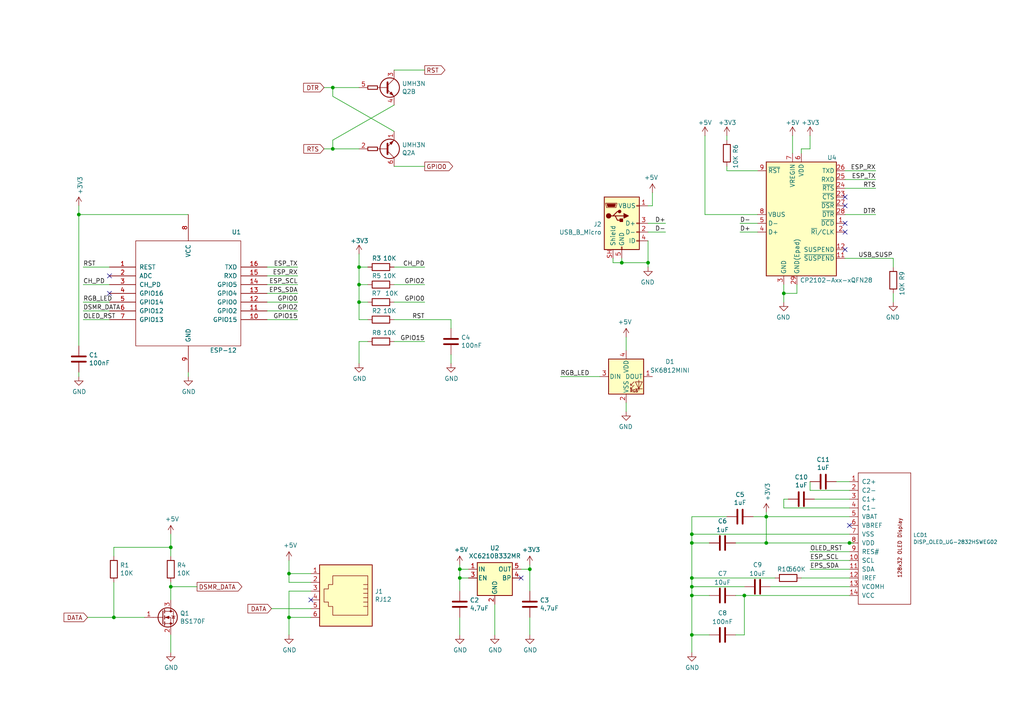
<source format=kicad_sch>
(kicad_sch (version 20211123) (generator eeschema)
  (paper "A4")
  (lib_symbols
    (symbol "Connector:RJ12" (pin_names (offset 1.016))
      (property "Reference" "J" (at -5.08 11.43 0))
      (property "Value" "RJ12" (at 2.54 11.43 0))
      (symbol "RJ12_0_1"
        (polyline (pts (xy -6.35 -1.905) (xy -5.08 -1.905) (xy -5.08 -1.905)))
        (polyline (pts (xy -6.35 -0.635) (xy -5.08 -0.635) (xy -5.08 -0.635)))
        (polyline (pts (xy -6.35 0.635) (xy -5.08 0.635) (xy -5.08 0.635)))
        (polyline (pts (xy -6.35 1.905) (xy -5.08 1.905) (xy -5.08 1.905)))
        (polyline (pts (xy -6.35 3.175) (xy -5.08 3.175) (xy -5.08 3.175)))
        (polyline (pts (xy -5.08 4.445) (xy -6.35 4.445) (xy -6.35 4.445)))
        (polyline (pts (xy -6.35 -4.445) (xy -6.35 6.985) (xy 3.81 6.985) (xy 3.81 4.445) (xy 5.08 4.445) (xy 5.08 3.175) (xy 6.35 3.175) (xy 6.35 -0.635) (xy 5.08 -0.635) (xy 5.08 -1.905) (xy 3.81 -1.905) (xy 3.81 -4.445) (xy -6.35 -4.445) (xy -6.35 -4.445)))
        (rectangle (start 7.62 10.16) (end -7.62 -7.62) (stroke (width 0.254)) (fill (type background)))
      )
      (symbol "RJ12_1_1"
        (pin passive line (at 10.16 -5.08 180) (length 2.54) (name "~") (number "1"))
        (pin passive line (at 10.16 -2.54 180) (length 2.54) (name "~") (number "2"))
        (pin passive line (at 10.16 0 180) (length 2.54) (name "~") (number "3"))
        (pin passive line (at 10.16 2.54 180) (length 2.54) (name "~") (number "4"))
        (pin passive line (at 10.16 5.08 180) (length 2.54) (name "~") (number "5"))
        (pin passive line (at 10.16 7.62 180) (length 2.54) (name "~") (number "6"))
      )
    )
    (symbol "Connector:USB_B_Micro" (pin_names (offset 1.016))
      (property "Reference" "J" (at -5.08 11.43 0))
      (property "Value" "USB_B_Micro" (at -5.08 8.89 0))
      (symbol "USB_B_Micro_0_1"
        (rectangle (start -5.08 -7.62) (end 5.08 7.62) (stroke (width 0.254)) (fill (type background)))
        (circle (center -3.81 2.159) (radius 0.635) (stroke (width 0.254)) (fill (type outline)))
        (circle (center -0.635 3.429) (radius 0.381) (stroke (width 0.254)) (fill (type outline)))
        (rectangle (start -0.127 -7.62) (end 0.127 -6.858))
        (polyline (pts (xy -1.905 2.159) (xy 0.635 2.159)) (stroke (width 0.254)))
        (polyline (pts (xy -3.175 2.159) (xy -2.54 2.159) (xy -1.27 3.429) (xy -0.635 3.429)) (stroke (width 0.254)))
        (polyline (pts (xy -2.54 2.159) (xy -1.905 2.159) (xy -1.27 0.889) (xy 0 0.889)) (stroke (width 0.254)))
        (polyline (pts (xy 0.635 2.794) (xy 0.635 1.524) (xy 1.905 2.159) (xy 0.635 2.794)) (stroke (width 0.254)) (fill (type outline)))
        (polyline (pts (xy -4.318 5.588) (xy -1.778 5.588) (xy -2.032 4.826) (xy -4.064 4.826) (xy -4.318 5.588)) (fill (type outline)))
        (polyline (pts (xy -4.699 5.842) (xy -4.699 5.588) (xy -4.445 4.826) (xy -4.445 4.572) (xy -1.651 4.572) (xy -1.651 4.826) (xy -1.397 5.588) (xy -1.397 5.842) (xy -4.699 5.842)))
        (rectangle (start 0.254 1.27) (end -0.508 0.508) (stroke (width 0.254)) (fill (type outline)))
        (rectangle (start 5.08 -5.207) (end 4.318 -4.953))
        (rectangle (start 5.08 -2.667) (end 4.318 -2.413))
        (rectangle (start 5.08 -0.127) (end 4.318 0.127))
        (rectangle (start 5.08 4.953) (end 4.318 5.207))
      )
      (symbol "USB_B_Micro_1_1"
        (pin power_out line (at 7.62 5.08 180) (length 2.54) (name "VBUS") (number "1"))
        (pin bidirectional line (at 7.62 -2.54 180) (length 2.54) (name "D-") (number "2"))
        (pin bidirectional line (at 7.62 0 180) (length 2.54) (name "D+") (number "3"))
        (pin passive line (at 7.62 -5.08 180) (length 2.54) (name "ID") (number "4"))
        (pin power_out line (at 0 -10.16 90) (length 2.54) (name "GND") (number "5"))
        (pin passive line (at -2.54 -10.16 90) (length 2.54) (name "Shield") (number "SH"))
      )
    )
    (symbol "Device:C" (pin_numbers hide) (pin_names (offset 0.254))
      (property "Reference" "C" (at 0.635 2.54 0))
      (property "Value" "C" (at 0.635 -2.54 0))
      (symbol "C_0_1"
        (polyline (pts (xy -2.032 -0.762) (xy 2.032 -0.762)) (stroke (width 0.508)))
        (polyline (pts (xy -2.032 0.762) (xy 2.032 0.762)) (stroke (width 0.508)))
      )
      (symbol "C_1_1"
        (pin passive line (at 0 3.81 270) (length 2.794) (name "~") (number "1"))
        (pin passive line (at 0 -3.81 90) (length 2.794) (name "~") (number "2"))
      )
    )
    (symbol "Device:R" (pin_numbers hide) (pin_names (offset 0))
      (property "Reference" "R" (at 2.032 0 90))
      (property "Value" "R" (at 0 0 90))
      (symbol "R_0_1"
        (rectangle (start -1.016 -2.54) (end 1.016 2.54) (stroke (width 0.254)))
      )
      (symbol "R_1_1"
        (pin passive line (at 0 3.81 270) (length 1.27) (name "~") (number "1"))
        (pin passive line (at 0 -3.81 90) (length 1.27) (name "~") (number "2"))
      )
    )
    (symbol "ESP8266:ESP-12" (pin_names (offset 1.016))
      (property "Reference" "U" (at 0 -2.54 0))
      (property "Value" "ESP8266_ESP-12" (at 0 2.54 0))
      (symbol "ESP-12_1_0"
        (rectangle (start -15.24 -15.24) (end 15.24 15.24))
      )
      (symbol "ESP-12_1_1"
        (pin input line (at -22.86 7.62 0) (length 7.62) (name "REST") (number "1"))
        (pin bidirectional line (at 22.86 -7.62 180) (length 7.62) (name "GPIO15") (number "10"))
        (pin bidirectional line (at 22.86 -5.08 180) (length 7.62) (name "GPIO2") (number "11"))
        (pin bidirectional line (at 22.86 -2.54 180) (length 7.62) (name "GPIO0") (number "12"))
        (pin bidirectional line (at 22.86 0 180) (length 7.62) (name "GPIO4") (number "13"))
        (pin bidirectional line (at 22.86 2.54 180) (length 7.62) (name "GPIO5") (number "14"))
        (pin input line (at 22.86 5.08 180) (length 7.62) (name "RXD") (number "15"))
        (pin output line (at 22.86 7.62 180) (length 7.62) (name "TXD") (number "16"))
        (pin passive line (at -22.86 5.08 0) (length 7.62) (name "ADC") (number "2"))
        (pin input line (at -22.86 2.54 0) (length 7.62) (name "CH_PD") (number "3"))
        (pin bidirectional line (at -22.86 0 0) (length 7.62) (name "GPIO16") (number "4"))
        (pin bidirectional line (at -22.86 -2.54 0) (length 7.62) (name "GPIO14") (number "5"))
        (pin bidirectional line (at -22.86 -5.08 0) (length 7.62) (name "GPIO12") (number "6"))
        (pin bidirectional line (at -22.86 -7.62 0) (length 7.62) (name "GPIO13") (number "7"))
        (pin power_in line (at 0 22.86 270) (length 7.62) (name "VCC") (number "8"))
        (pin power_in line (at 0 -22.86 90) (length 7.62) (name "GND") (number "9"))
      )
    )
    (symbol "Interface_USB:CP2102-Axx-xQFN28"
      (property "Reference" "U" (at -8.89 31.75 0))
      (property "Value" "Interface_USB_CP2102-Axx-xQFN28" (at 12.7 31.75 0))
      (symbol "CP2102-Axx-xQFN28_0_1"
        (rectangle (start -10.16 30.48) (end 10.16 -2.54) (stroke (width 0.254)) (fill (type background)))
      )
      (symbol "CP2102-Axx-xQFN28_1_1"
        (pin input line (at 12.7 12.7 180) (length 2.54) (name "~{DCD}") (number "1"))
        (pin no_connect line (at -12.7 0 0) (length 2.54) hide (name "NC") (number "10"))
        (pin output line (at 12.7 2.54 180) (length 2.54) (name "~{SUSPEND}") (number "11"))
        (pin output line (at 12.7 5.08 180) (length 2.54) (name "SUSPEND") (number "12"))
        (pin no_connect line (at -12.7 1.27 0) (length 2.54) hide (name "~") (number "13"))
        (pin no_connect line (at -12.7 -1.27 0) (length 2.54) hide (name "~") (number "14"))
        (pin no_connect line (at -12.7 7.62 0) (length 2.54) hide (name "~") (number "15"))
        (pin no_connect line (at -12.7 6.35 0) (length 2.54) hide (name "~") (number "16"))
        (pin no_connect line (at -12.7 2.54 0) (length 2.54) hide (name "~") (number "17"))
        (pin no_connect line (at -12.7 19.05 0) (length 2.54) hide (name "~") (number "18"))
        (pin no_connect line (at -12.7 20.32 0) (length 2.54) hide (name "~") (number "19"))
        (pin bidirectional line (at 12.7 10.16 180) (length 2.54) (name "~{RI}/CLK") (number "2"))
        (pin no_connect line (at -12.7 21.59 0) (length 2.54) hide (name "~") (number "20"))
        (pin no_connect line (at -12.7 5.08 0) (length 2.54) hide (name "~") (number "21"))
        (pin no_connect line (at -12.7 3.81 0) (length 2.54) hide (name "~") (number "22"))
        (pin input line (at 12.7 20.32 180) (length 2.54) (name "~{CTS}") (number "23"))
        (pin output line (at 12.7 22.86 180) (length 2.54) (name "~{RTS}") (number "24"))
        (pin input line (at 12.7 25.4 180) (length 2.54) (name "RXD") (number "25"))
        (pin output line (at 12.7 27.94 180) (length 2.54) (name "TXD") (number "26"))
        (pin input line (at 12.7 17.78 180) (length 2.54) (name "~{DSR}") (number "27"))
        (pin output line (at 12.7 15.24 180) (length 2.54) (name "~{DTR}") (number "28"))
        (pin passive line (at -1.27 -5.08 90) (length 2.54) (name "GND(Epad)") (number "29"))
        (pin power_in line (at -5.08 -5.08 90) (length 2.54) (name "GND") (number "3"))
        (pin bidirectional line (at -12.7 10.16 0) (length 2.54) (name "D+") (number "4"))
        (pin bidirectional line (at -12.7 12.7 0) (length 2.54) (name "D-") (number "5"))
        (pin power_in line (at 0 33.02 270) (length 2.54) (name "VDD") (number "6"))
        (pin power_in line (at -2.54 33.02 270) (length 2.54) (name "VREGIN") (number "7"))
        (pin input line (at -12.7 15.24 0) (length 2.54) (name "VBUS") (number "8"))
        (pin input line (at -12.7 27.94 0) (length 2.54) (name "~{RST}") (number "9"))
      )
    )
    (symbol "LED:SK6812MINI" (pin_names (offset 0.254))
      (property "Reference" "D" (at 5.08 5.715 0))
      (property "Value" "SK6812MINI" (at 1.27 -5.715 0))
      (symbol "SK6812MINI_0_0"
        (text "RGB" (at 2.286 -4.191 0) (effects (font (size 0.762 0.762))))
      )
      (symbol "SK6812MINI_0_1"
        (polyline (pts (xy 1.27 -3.556) (xy 1.778 -3.556)))
        (polyline (pts (xy 1.27 -2.54) (xy 1.778 -2.54)))
        (polyline (pts (xy 4.699 -3.556) (xy 2.667 -3.556)))
        (polyline (pts (xy 2.286 -2.54) (xy 1.27 -3.556) (xy 1.27 -3.048)))
        (polyline (pts (xy 2.286 -1.524) (xy 1.27 -2.54) (xy 1.27 -2.032)))
        (polyline (pts (xy 3.683 -1.016) (xy 3.683 -3.556) (xy 3.683 -4.064)))
        (polyline (pts (xy 4.699 -1.524) (xy 2.667 -1.524) (xy 3.683 -3.556) (xy 4.699 -1.524)))
        (rectangle (start 5.08 5.08) (end -5.08 -5.08) (stroke (width 0.254)) (fill (type background)))
      )
      (symbol "SK6812MINI_1_1"
        (pin output line (at 7.62 0 180) (length 2.54) (name "DOUT") (number "1"))
        (pin power_in line (at 0 -7.62 90) (length 2.54) (name "VSS") (number "2"))
        (pin input line (at -7.62 0 0) (length 2.54) (name "DIN") (number "3"))
        (pin power_in line (at 0 7.62 270) (length 2.54) (name "VDD") (number "4"))
      )
    )
    (symbol "P1_wifi-eagle-import:DISP_OLED_UG-2832HSWEG02" (pin_names (offset 1.016))
      (property "Reference" "LCD" (at -7.62 22.86 0))
      (property "Value" "DISP_OLED_UG-2832HSWEG02" (at -7.62 -20.32 0))
      (symbol "DISP_OLED_UG-2832HSWEG02_1_0"
        (polyline (pts (xy -7.62 -17.78) (xy 7.62 -17.78)))
        (polyline (pts (xy -7.62 20.32) (xy -7.62 -17.78)))
        (polyline (pts (xy 7.62 -17.78) (xy 7.62 20.32)))
        (polyline (pts (xy 7.62 20.32) (xy -7.62 20.32)))
        (text "128x32 OLED Display" (at 5.08 -10.16 900) (effects (font (size 1.0668 1.0668)) (justify left bottom)))
        (pin bidirectional line (at -10.16 17.78 0) (length 2.54) (name "C2+") (number "1"))
        (pin bidirectional line (at -10.16 -5.08 0) (length 2.54) (name "SCL") (number "10"))
        (pin bidirectional line (at -10.16 -7.62 0) (length 2.54) (name "SDA") (number "11"))
        (pin bidirectional line (at -10.16 -10.16 0) (length 2.54) (name "IREF") (number "12"))
        (pin power_in line (at -10.16 -12.7 0) (length 2.54) (name "VCOMH") (number "13"))
        (pin power_in line (at -10.16 -15.24 0) (length 2.54) (name "VCC") (number "14"))
        (pin bidirectional line (at -10.16 15.24 0) (length 2.54) (name "C2-") (number "2"))
        (pin bidirectional line (at -10.16 12.7 0) (length 2.54) (name "C1+") (number "3"))
        (pin bidirectional line (at -10.16 10.16 0) (length 2.54) (name "C1-") (number "4"))
        (pin power_in line (at -10.16 7.62 0) (length 2.54) (name "VBAT") (number "5"))
        (pin power_in line (at -10.16 5.08 0) (length 2.54) (name "VBREF") (number "6"))
        (pin power_in line (at -10.16 2.54 0) (length 2.54) (name "VSS") (number "7"))
        (pin power_in line (at -10.16 0 0) (length 2.54) (name "VDD") (number "8"))
        (pin bidirectional line (at -10.16 -2.54 0) (length 2.54) (name "RES#") (number "9"))
      )
    )
    (symbol "Regulator_Linear:MIC5219-3.3YM5" (pin_names (offset 0.254))
      (property "Reference" "U" (at -3.81 5.715 0))
      (property "Value" "MIC5219-3.3YM5" (at 0 5.715 0))
      (symbol "MIC5219-3.3YM5_0_1"
        (rectangle (start -5.08 4.445) (end 5.08 -5.08) (stroke (width 0.254)) (fill (type background)))
      )
      (symbol "MIC5219-3.3YM5_1_1"
        (pin power_in line (at -7.62 2.54 0) (length 2.54) (name "IN") (number "1"))
        (pin power_in line (at 0 -7.62 90) (length 2.54) (name "GND") (number "2"))
        (pin input line (at -7.62 0 0) (length 2.54) (name "EN") (number "3"))
        (pin input line (at 7.62 0 180) (length 2.54) (name "BP") (number "4"))
        (pin power_out line (at 7.62 2.54 180) (length 2.54) (name "OUT") (number "5"))
      )
    )
    (symbol "Transistor_BJT:UMH3N" (pin_names hide)
      (property "Reference" "Q" (at 7.62 1.27 0))
      (property "Value" "UMH3N" (at 7.62 -1.27 0))
      (symbol "UMH3N_0_1"
        (polyline (pts (xy 3.175 0) (xy 0.254 0)))
        (polyline (pts (xy 3.175 0.635) (xy 5.08 2.54)))
        (polyline (pts (xy 3.175 1.524) (xy 3.175 -1.524)) (stroke (width 0.508)))
        (polyline (pts (xy 3.175 -0.635) (xy 5.08 -2.54) (xy 5.08 -2.54)))
        (polyline (pts (xy 3.81 -1.778) (xy 4.318 -1.27) (xy 4.826 -2.286) (xy 3.81 -1.778) (xy 3.81 -1.778)) (fill (type outline)))
        (rectangle (start 0.254 0.508) (end -2.54 -0.508) (stroke (width 0.254)))
        (circle (center 3.81 0) (radius 2.8194) (stroke (width 0.254)))
      )
      (symbol "UMH3N_1_1"
        (pin passive line (at 5.08 -5.08 90) (length 2.54) (name "E1") (number "1"))
        (pin input line (at -5.08 0 0) (length 2.54) (name "B1") (number "2"))
        (pin passive line (at 5.08 5.08 270) (length 2.54) (name "C1") (number "6"))
      )
      (symbol "UMH3N_2_1"
        (pin passive line (at 5.08 5.08 270) (length 2.54) (name "C2") (number "3"))
        (pin passive line (at 5.08 -5.08 90) (length 2.54) (name "E2") (number "4"))
        (pin input line (at -5.08 0 0) (length 2.54) (name "B2") (number "5"))
      )
    )
    (symbol "Transistor_FET:BS170F" (pin_names hide)
      (property "Reference" "Q" (at 5.08 1.905 0))
      (property "Value" "BS170F" (at 5.08 0 0))
      (symbol "BS170F_0_1"
        (polyline (pts (xy 0.254 0) (xy -2.54 0)))
        (polyline (pts (xy 0.254 1.905) (xy 0.254 -1.905)) (stroke (width 0.254)))
        (polyline (pts (xy 0.762 -1.27) (xy 0.762 -2.286)) (stroke (width 0.254)))
        (polyline (pts (xy 0.762 0.508) (xy 0.762 -0.508)) (stroke (width 0.254)))
        (polyline (pts (xy 0.762 2.286) (xy 0.762 1.27)) (stroke (width 0.254)))
        (polyline (pts (xy 2.54 2.54) (xy 2.54 1.778)))
        (polyline (pts (xy 2.54 -2.54) (xy 2.54 0) (xy 0.762 0)))
        (polyline (pts (xy 0.762 -1.778) (xy 3.302 -1.778) (xy 3.302 1.778) (xy 0.762 1.778)))
        (polyline (pts (xy 1.016 0) (xy 2.032 0.381) (xy 2.032 -0.381) (xy 1.016 0)) (fill (type outline)))
        (polyline (pts (xy 2.794 0.508) (xy 2.921 0.381) (xy 3.683 0.381) (xy 3.81 0.254)))
        (polyline (pts (xy 3.302 0.381) (xy 2.921 -0.254) (xy 3.683 -0.254) (xy 3.302 0.381)))
        (circle (center 1.651 0) (radius 2.794) (stroke (width 0.254)))
        (circle (center 2.54 -1.778) (radius 0.254) (fill (type outline)))
        (circle (center 2.54 1.778) (radius 0.254) (fill (type outline)))
      )
      (symbol "BS170F_1_1"
        (pin input line (at -5.08 0 0) (length 2.54) (name "G") (number "1"))
        (pin passive line (at 2.54 -5.08 90) (length 2.54) (name "S") (number "2"))
        (pin passive line (at 2.54 5.08 270) (length 2.54) (name "D") (number "3"))
      )
    )
    (symbol "power:+3.3V" (power) (pin_names (offset 0))
      (property "Value" "+3.3V" (at 0 3.556 0))
      (symbol "+3.3V_0_1"
        (polyline (pts (xy -0.762 1.27) (xy 0 2.54)))
        (polyline (pts (xy 0 0) (xy 0 2.54)))
        (polyline (pts (xy 0 2.54) (xy 0.762 1.27)))
      )
      (symbol "+3.3V_1_1"
        (pin power_in line (at 0 0 90) (length 0) hide (name "+3V3") (number "1"))
      )
    )
    (symbol "power:+5V" (power) (pin_names (offset 0))
      (property "Value" "+5V" (at 0 3.556 0))
      (symbol "+5V_0_1"
        (polyline (pts (xy -0.762 1.27) (xy 0 2.54)))
        (polyline (pts (xy 0 0) (xy 0 2.54)))
        (polyline (pts (xy 0 2.54) (xy 0.762 1.27)))
      )
      (symbol "+5V_1_1"
        (pin power_in line (at 0 0 90) (length 0) hide (name "+5V") (number "1"))
      )
    )
    (symbol "power:GND" (power) (pin_names (offset 0))
      (property "Value" "GND" (at 0 -3.81 0))
      (symbol "GND_0_1"
        (polyline (pts (xy 0 0) (xy 0 -1.27) (xy 1.27 -1.27) (xy 0 -2.54) (xy -1.27 -1.27) (xy 0 -1.27)))
      )
      (symbol "GND_1_1"
        (pin power_in line (at 0 0 270) (length 0) hide (name "GND") (number "1"))
      )
    )
  )
  (junction (at 83.82 179.07))
  (junction (at 33.02 179.07))
  (junction (at 104.14 87.63))
  (junction (at 215.9 172.72))
  (junction (at 96.52 25.4))
  (junction (at 104.14 77.47))
  (junction (at 200.66 172.72))
  (junction (at 222.25 149.86))
  (junction (at 200.66 157.48))
  (junction (at 133.35 165.1))
  (junction (at 200.66 184.15))
  (junction (at 133.35 167.64))
  (junction (at 222.25 157.48))
  (junction (at 96.52 43.18))
  (junction (at 153.67 165.1))
  (junction (at 22.86 62.23))
  (junction (at 180.34 76.2))
  (junction (at 49.53 158.75))
  (junction (at 200.66 154.94))
  (junction (at 200.66 167.64))
  (junction (at 49.53 170.18))
  (junction (at 200.66 170.18))
  (junction (at 83.82 166.37))
  (junction (at 187.96 76.2))
  (junction (at 227.33 85.09))
  (junction (at 104.14 82.55))
  (junction (at 246.38 157.48))
  (no_connect (at 31.75 80.01))
  (no_connect (at 31.75 85.09))
  (no_connect (at 90.17 173.99))
  (no_connect (at 151.13 167.64))
  (no_connect (at 245.11 57.15))
  (no_connect (at 245.11 67.31))
  (no_connect (at 246.38 152.4))
  (no_connect (at 245.11 64.77))
  (no_connect (at 245.11 72.39))
  (no_connect (at 245.11 59.69))
  (wire (pts (xy 187.96 76.2) (xy 187.96 77.47)))
  (wire (pts (xy 114.3 30.48) (xy 96.52 40.64)))
  (wire (pts (xy 83.82 166.37) (xy 83.82 168.91)))
  (wire (pts (xy 177.8 76.2) (xy 180.34 76.2)))
  (wire (pts (xy 133.35 167.64) (xy 133.35 165.1)))
  (wire (pts (xy 231.14 82.55) (xy 231.14 85.09)))
  (wire (pts (xy 22.86 62.23) (xy 22.86 100.33)))
  (wire (pts (xy 193.04 67.31) (xy 187.96 67.31)))
  (wire (pts (xy 254 62.23) (xy 245.11 62.23)))
  (wire (pts (xy 222.25 149.86) (xy 218.44 149.86)))
  (wire (pts (xy 245.11 52.07) (xy 254 52.07)))
  (wire (pts (xy 41.91 179.07) (xy 33.02 179.07)))
  (wire (pts (xy 246.38 172.72) (xy 215.9 172.72)))
  (wire (pts (xy 90.17 166.37) (xy 83.82 166.37)))
  (wire (pts (xy 222.25 157.48) (xy 222.25 149.86)))
  (wire (pts (xy 204.47 62.23) (xy 219.71 62.23)))
  (wire (pts (xy 104.14 99.06) (xy 104.14 105.41)))
  (wire (pts (xy 24.13 90.17) (xy 31.75 90.17)))
  (wire (pts (xy 77.47 90.17) (xy 86.36 90.17)))
  (wire (pts (xy 153.67 179.07) (xy 153.67 184.15)))
  (wire (pts (xy 114.3 38.1) (xy 96.52 27.94)))
  (wire (pts (xy 153.67 165.1) (xy 153.67 163.83)))
  (wire (pts (xy 114.3 87.63) (xy 123.19 87.63)))
  (wire (pts (xy 234.95 43.18) (xy 232.41 43.18)))
  (wire (pts (xy 193.04 64.77) (xy 187.96 64.77)))
  (wire (pts (xy 78.74 176.53) (xy 90.17 176.53)))
  (wire (pts (xy 104.14 77.47) (xy 104.14 82.55)))
  (wire (pts (xy 96.52 40.64) (xy 96.52 43.18)))
  (wire (pts (xy 245.11 74.93) (xy 259.08 74.93)))
  (wire (pts (xy 227.33 147.32) (xy 246.38 147.32)))
  (wire (pts (xy 77.47 77.47) (xy 86.36 77.47)))
  (wire (pts (xy 215.9 184.15) (xy 215.9 172.72)))
  (wire (pts (xy 234.95 39.37) (xy 234.95 43.18)))
  (wire (pts (xy 227.33 144.78) (xy 227.33 147.32)))
  (wire (pts (xy 104.14 73.66) (xy 104.14 77.47)))
  (wire (pts (xy 246.38 144.78) (xy 236.22 144.78)))
  (wire (pts (xy 151.13 165.1) (xy 153.67 165.1)))
  (wire (pts (xy 86.36 82.55) (xy 77.47 82.55)))
  (wire (pts (xy 31.75 77.47) (xy 24.13 77.47)))
  (wire (pts (xy 153.67 165.1) (xy 153.67 171.45)))
  (wire (pts (xy 224.79 167.64) (xy 200.66 167.64)))
  (wire (pts (xy 49.53 168.91) (xy 49.53 170.18)))
  (wire (pts (xy 33.02 179.07) (xy 33.02 168.91)))
  (wire (pts (xy 246.38 139.7) (xy 242.57 139.7)))
  (wire (pts (xy 83.82 162.56) (xy 83.82 166.37)))
  (wire (pts (xy 232.41 43.18) (xy 232.41 44.45)))
  (wire (pts (xy 22.86 107.95) (xy 22.86 109.22)))
  (wire (pts (xy 204.47 62.23) (xy 204.47 39.37)))
  (wire (pts (xy 213.36 184.15) (xy 215.9 184.15)))
  (wire (pts (xy 133.35 179.07) (xy 133.35 184.15)))
  (wire (pts (xy 96.52 43.18) (xy 93.98 43.18)))
  (wire (pts (xy 210.82 149.86) (xy 200.66 149.86)))
  (wire (pts (xy 222.25 149.86) (xy 222.25 148.59)))
  (wire (pts (xy 49.53 170.18) (xy 49.53 173.99)))
  (wire (pts (xy 246.38 154.94) (xy 200.66 154.94)))
  (wire (pts (xy 200.66 154.94) (xy 200.66 157.48)))
  (wire (pts (xy 205.74 157.48) (xy 200.66 157.48)))
  (wire (pts (xy 229.87 39.37) (xy 229.87 44.45)))
  (wire (pts (xy 77.47 92.71) (xy 86.36 92.71)))
  (wire (pts (xy 205.74 184.15) (xy 200.66 184.15)))
  (wire (pts (xy 83.82 179.07) (xy 83.82 184.15)))
  (wire (pts (xy 180.34 76.2) (xy 187.96 76.2)))
  (wire (pts (xy 200.66 170.18) (xy 200.66 172.72)))
  (wire (pts (xy 234.95 139.7) (xy 234.95 142.24)))
  (wire (pts (xy 22.86 59.69) (xy 22.86 62.23)))
  (wire (pts (xy 54.61 109.22) (xy 54.61 107.95)))
  (wire (pts (xy 200.66 172.72) (xy 200.66 184.15)))
  (wire (pts (xy 96.52 25.4) (xy 104.14 25.4)))
  (wire (pts (xy 114.3 92.71) (xy 130.81 92.71)))
  (wire (pts (xy 96.52 43.18) (xy 104.14 43.18)))
  (wire (pts (xy 104.14 77.47) (xy 106.68 77.47)))
  (wire (pts (xy 143.51 175.26) (xy 143.51 184.15)))
  (wire (pts (xy 215.9 172.72) (xy 213.36 172.72)))
  (wire (pts (xy 90.17 171.45) (xy 83.82 171.45)))
  (wire (pts (xy 86.36 85.09) (xy 77.47 85.09)))
  (wire (pts (xy 215.9 170.18) (xy 200.66 170.18)))
  (wire (pts (xy 114.3 20.32) (xy 123.19 20.32)))
  (wire (pts (xy 227.33 87.63) (xy 227.33 85.09)))
  (wire (pts (xy 246.38 157.48) (xy 222.25 157.48)))
  (wire (pts (xy 96.52 27.94) (xy 96.52 25.4)))
  (wire (pts (xy 200.66 184.15) (xy 200.66 189.23)))
  (wire (pts (xy 104.14 87.63) (xy 106.68 87.63)))
  (wire (pts (xy 210.82 49.53) (xy 210.82 48.26)))
  (wire (pts (xy 49.53 158.75) (xy 49.53 161.29)))
  (wire (pts (xy 227.33 85.09) (xy 227.33 82.55)))
  (wire (pts (xy 31.75 82.55) (xy 24.13 82.55)))
  (wire (pts (xy 246.38 162.56) (xy 234.95 162.56)))
  (wire (pts (xy 130.81 95.25) (xy 130.81 92.71)))
  (wire (pts (xy 77.47 80.01) (xy 86.36 80.01)))
  (wire (pts (xy 232.41 167.64) (xy 246.38 167.64)))
  (wire (pts (xy 200.66 157.48) (xy 200.66 167.64)))
  (wire (pts (xy 187.96 59.69) (xy 189.23 59.69)))
  (wire (pts (xy 177.8 74.93) (xy 177.8 76.2)))
  (wire (pts (xy 77.47 87.63) (xy 86.36 87.63)))
  (wire (pts (xy 49.53 184.15) (xy 49.53 189.23)))
  (wire (pts (xy 219.71 67.31) (xy 214.63 67.31)))
  (wire (pts (xy 133.35 167.64) (xy 133.35 171.45)))
  (wire (pts (xy 114.3 77.47) (xy 123.19 77.47)))
  (wire (pts (xy 234.95 160.02) (xy 246.38 160.02)))
  (wire (pts (xy 181.61 116.84) (xy 181.61 119.38)))
  (wire (pts (xy 90.17 179.07) (xy 83.82 179.07)))
  (wire (pts (xy 104.14 92.71) (xy 104.14 87.63)))
  (wire (pts (xy 114.3 99.06) (xy 123.19 99.06)))
  (wire (pts (xy 25.4 179.07) (xy 33.02 179.07)))
  (wire (pts (xy 114.3 82.55) (xy 123.19 82.55)))
  (wire (pts (xy 49.53 154.94) (xy 49.53 158.75)))
  (wire (pts (xy 259.08 77.47) (xy 259.08 74.93)))
  (wire (pts (xy 228.6 144.78) (xy 227.33 144.78)))
  (wire (pts (xy 222.25 157.48) (xy 213.36 157.48)))
  (wire (pts (xy 93.98 25.4) (xy 96.52 25.4)))
  (wire (pts (xy 33.02 161.29) (xy 33.02 158.75)))
  (wire (pts (xy 189.23 59.69) (xy 189.23 55.88)))
  (wire (pts (xy 54.61 62.23) (xy 22.86 62.23)))
  (wire (pts (xy 223.52 170.18) (xy 246.38 170.18)))
  (wire (pts (xy 200.66 149.86) (xy 200.66 154.94)))
  (wire (pts (xy 106.68 92.71) (xy 104.14 92.71)))
  (wire (pts (xy 254 54.61) (xy 245.11 54.61)))
  (wire (pts (xy 114.3 48.26) (xy 123.19 48.26)))
  (wire (pts (xy 200.66 167.64) (xy 200.66 170.18)))
  (wire (pts (xy 83.82 171.45) (xy 83.82 179.07)))
  (wire (pts (xy 83.82 168.91) (xy 90.17 168.91)))
  (wire (pts (xy 180.34 76.2) (xy 180.34 74.93)))
  (wire (pts (xy 33.02 158.75) (xy 49.53 158.75)))
  (wire (pts (xy 234.95 165.1) (xy 246.38 165.1)))
  (wire (pts (xy 135.89 167.64) (xy 133.35 167.64)))
  (wire (pts (xy 245.11 49.53) (xy 254 49.53)))
  (wire (pts (xy 259.08 87.63) (xy 259.08 85.09)))
  (wire (pts (xy 219.71 49.53) (xy 210.82 49.53)))
  (wire (pts (xy 219.71 64.77) (xy 214.63 64.77)))
  (wire (pts (xy 162.56 109.22) (xy 173.99 109.22)))
  (wire (pts (xy 181.61 97.79) (xy 181.61 101.6)))
  (wire (pts (xy 104.14 82.55) (xy 106.68 82.55)))
  (wire (pts (xy 187.96 69.85) (xy 187.96 76.2)))
  (wire (pts (xy 24.13 87.63) (xy 31.75 87.63)))
  (wire (pts (xy 205.74 172.72) (xy 200.66 172.72)))
  (wire (pts (xy 246.38 149.86) (xy 222.25 149.86)))
  (wire (pts (xy 104.14 82.55) (xy 104.14 87.63)))
  (wire (pts (xy 130.81 105.41) (xy 130.81 102.87)))
  (wire (pts (xy 135.89 165.1) (xy 133.35 165.1)))
  (wire (pts (xy 234.95 142.24) (xy 246.38 142.24)))
  (wire (pts (xy 133.35 165.1) (xy 133.35 163.83)))
  (wire (pts (xy 210.82 39.37) (xy 210.82 40.64)))
  (wire (pts (xy 231.14 85.09) (xy 227.33 85.09)))
  (wire (pts (xy 57.15 170.18) (xy 49.53 170.18)))
  (wire (pts (xy 31.75 92.71) (xy 24.13 92.71)))
  (wire (pts (xy 247.65 157.48) (xy 246.38 157.48)))
  (wire (pts (xy 106.68 99.06) (xy 104.14 99.06)))
  (text "TODO for v 1.3\n- change Q1 to common device\n- smaller refdes\n" (at -82.55 39.37 0) (effects (font (size 2.9972 2.9972)) (justify left bottom)))
  (label "GPIO0" (at 123.19 87.63 180))
  (label "CH_PD" (at 24.13 82.55 0))
  (label "DTR" (at 254 62.23 180))
  (label "RTS" (at 254 54.61 180))
  (label "RST" (at 24.13 77.47 0))
  (label "ESP_SCL" (at 234.95 162.56 0))
  (label "D-" (at 193.04 67.31 180))
  (label "ESP_TX" (at 86.36 77.47 180))
  (label "OLED_RST" (at 24.13 92.71 0))
  (label "RST" (at 123.19 92.71 180))
  (label "USB_SUSP" (at 248.92 74.93 0))
  (label "EPS_SDA" (at 234.95 165.1 0))
  (label "OLED_RST" (at 234.95 160.02 0))
  (label "RGB_LED" (at 162.56 109.22 0))
  (label "ESP_RX" (at 86.36 80.01 180))
  (label "RGB_LED" (at 24.13 87.63 0))
  (label "GPIO0" (at 86.36 87.63 180))
  (label "GPIO2" (at 123.19 82.55 180))
  (label "EPS_SDA" (at 86.36 85.09 180))
  (label "D-" (at 214.63 64.77 0))
  (label "CH_PD" (at 123.19 77.47 180))
  (label "D+" (at 214.63 67.31 0))
  (label "ESP_RX" (at 254 49.53 180))
  (label "GPIO2" (at 86.36 90.17 180))
  (label "DSMR_DATA" (at 24.13 90.17 0))
  (label "ESP_SCL" (at 86.36 82.55 180))
  (label "D+" (at 193.04 64.77 180))
  (label "ESP_TX" (at 254 52.07 180))
  (label "GPIO15" (at 123.19 99.06 180))
  (label "GPIO15" (at 86.36 92.71 180))
  (global_label "DTR" (shape input) (at 93.98 25.4 180) (property "Intersheet References" "${INTERSHEET_REFS}" (effects hide)))
  (global_label "GPIO0" (shape output) (at 123.19 48.26 0) (property "Intersheet References" "${INTERSHEET_REFS}" (effects hide)))
  (global_label "DATA" (shape input) (at 25.4 179.07 180) (property "Intersheet References" "${INTERSHEET_REFS}" (effects hide)))
  (global_label "RST" (shape output) (at 123.19 20.32 0) (property "Intersheet References" "${INTERSHEET_REFS}" (effects hide)))
  (global_label "DATA" (shape input) (at 78.74 176.53 180) (property "Intersheet References" "${INTERSHEET_REFS}" (effects hide)))
  (global_label "DSMR_DATA" (shape output) (at 57.15 170.18 0) (property "Intersheet References" "${INTERSHEET_REFS}" (effects hide)))
  (global_label "RTS" (shape input) (at 93.98 43.18 180) (property "Intersheet References" "${INTERSHEET_REFS}" (effects hide)))
  (symbol (lib_id "Connector:RJ12") (at 100.33 171.45 180) (unit 1)
    (property "Reference" "J1" (at 108.712 171.5516 0) (effects (justify right)))
    (property "Value" "RJ12" (at 108.712 173.863 0) (effects (justify right)))
    (property "Footprint" "Connector_RJ:RJ12_Amphenol_54601" (effects hide))
  )
  (symbol (lib_id "Device:R") (at 110.49 92.71 270) (unit 1)
    (property "Reference" "R2" (at 109.22 90.17 90))
    (property "Value" "10K" (at 113.03 90.17 90))
    (property "Footprint" "Resistor_SMD:R_0603_1608Metric" (effects hide))
  )
  (symbol (lib_id "Device:R") (at 110.49 77.47 90) (unit 1)
    (property "Reference" "R3" (at 109.22 74.93 90))
    (property "Value" "10K" (at 113.03 74.93 90))
    (property "Footprint" "Resistor_SMD:R_0603_1608Metric" (effects hide))
  )
  (symbol (lib_id "Device:R") (at 110.49 99.06 270) (unit 1)
    (property "Reference" "R8" (at 109.22 96.52 90))
    (property "Value" "10K" (at 113.03 96.52 90))
    (property "Footprint" "Resistor_SMD:R_0603_1608Metric" (effects hide))
  )
  (symbol (lib_id "power:+3.3V") (at 22.86 59.69 0) (unit 1)
    (property "Reference" "#PWR03" (effects hide))
    (property "Value" "+3.3V" (at 23.241 56.4388 90) (effects (justify left)))
  )
  (symbol (lib_id "Device:C") (at 22.86 104.14 0) (unit 1)
    (property "Reference" "C1" (at 25.781 102.9716 0) (effects (justify left)))
    (property "Value" "100nF" (at 25.781 105.283 0) (effects (justify left)))
    (property "Footprint" "Capacitor_SMD:C_0603_1608Metric" (effects hide))
  )
  (symbol (lib_id "power:GND") (at 22.86 109.22 0) (unit 1)
    (property "Reference" "#PWR04" (effects hide))
    (property "Value" "GND" (at 22.987 113.6142 0))
  )
  (symbol (lib_id "power:GND") (at 54.61 109.22 0) (unit 1)
    (property "Reference" "#PWR09" (effects hide))
    (property "Value" "GND" (at 54.737 113.6142 0))
  )
  (symbol (lib_id "power:GND") (at 104.14 105.41 0) (unit 1)
    (property "Reference" "#PWR011" (effects hide))
    (property "Value" "GND" (at 104.267 109.8042 0))
  )
  (symbol (lib_id "Device:R") (at 49.53 165.1 0) (unit 1)
    (property "Reference" "R4" (at 51.308 163.9316 0) (effects (justify left)))
    (property "Value" "10K" (at 51.308 166.243 0) (effects (justify left)))
    (property "Footprint" "Resistor_SMD:R_0603_1608Metric" (effects hide))
  )
  (symbol (lib_id "Device:R") (at 33.02 165.1 0) (unit 1)
    (property "Reference" "R1" (at 34.798 163.9316 0) (effects (justify left)))
    (property "Value" "10K" (at 34.798 166.243 0) (effects (justify left)))
    (property "Footprint" "Resistor_SMD:R_0603_1608Metric" (effects hide))
  )
  (symbol (lib_id "power:+5V") (at 49.53 154.94 0) (unit 1)
    (property "Reference" "#PWR05" (effects hide))
    (property "Value" "+5V" (at 49.911 150.5458 0))
  )
  (symbol (lib_id "power:GND") (at 49.53 189.23 0) (unit 1)
    (property "Reference" "#PWR06" (effects hide))
    (property "Value" "GND" (at 49.657 193.6242 0))
  )
  (symbol (lib_id "power:GND") (at 83.82 184.15 0) (unit 1)
    (property "Reference" "#PWR08" (effects hide))
    (property "Value" "GND" (at 83.947 188.5442 0))
  )
  (symbol (lib_id "power:+5V") (at 83.82 162.56 0) (unit 1)
    (property "Reference" "#PWR07" (effects hide))
    (property "Value" "+5V" (at 84.201 158.1658 0))
  )
  (symbol (lib_id "power:+3.3V") (at 104.14 73.66 0) (unit 1)
    (property "Reference" "#PWR02" (effects hide))
    (property "Value" "+3.3V" (at 101.6 69.85 0) (effects (justify left)))
  )
  (symbol (lib_id "power:GND") (at 133.35 184.15 0) (unit 1)
    (property "Reference" "#PWR015" (effects hide))
    (property "Value" "GND" (at 133.477 188.5442 0))
  )
  (symbol (lib_id "power:GND") (at 143.51 184.15 0) (unit 1)
    (property "Reference" "#PWR017" (effects hide))
    (property "Value" "GND" (at 143.637 188.5442 0))
  )
  (symbol (lib_id "power:GND") (at 153.67 184.15 0) (unit 1)
    (property "Reference" "#PWR019" (effects hide))
    (property "Value" "GND" (at 153.797 188.5442 0))
  )
  (symbol (lib_id "power:+5V") (at 133.35 163.83 0) (unit 1)
    (property "Reference" "#PWR014" (effects hide))
    (property "Value" "+5V" (at 133.731 159.4358 0))
  )
  (symbol (lib_id "power:+3.3V") (at 153.67 163.83 0) (unit 1)
    (property "Reference" "#PWR018" (effects hide))
    (property "Value" "+3.3V" (at 154.051 159.4358 0))
  )
  (symbol (lib_id "Connector:USB_B_Micro") (at 180.34 64.77 0) (unit 1)
    (property "Reference" "J2" (at 174.498 65.0494 0) (effects (justify right)))
    (property "Value" "USB_B_Micro" (at 174.498 67.3608 0) (effects (justify right)))
    (property "Footprint" "MySymbols:USB_Micro_B_Female" (effects hide))
  )
  (symbol (lib_id "power:+5V") (at 189.23 55.88 0) (mirror y) (unit 1)
    (property "Reference" "#PWR012" (effects hide))
    (property "Value" "+5V" (at 188.849 51.4858 0))
  )
  (symbol (lib_id "power:GND") (at 187.96 77.47 0) (mirror y) (unit 1)
    (property "Reference" "#PWR013" (effects hide))
    (property "Value" "GND" (at 187.833 81.8642 0))
  )
  (symbol (lib_id "Device:R") (at 110.49 87.63 270) (unit 1)
    (property "Reference" "R7" (at 110.49 85.09 90) (effects (justify right)))
    (property "Value" "10K" (at 115.57 85.09 90) (effects (justify right)))
    (property "Footprint" "Resistor_SMD:R_0603_1608Metric" (effects hide))
  )
  (symbol (lib_id "Transistor_FET:BS170F") (at 46.99 179.07 0) (unit 1)
    (property "Reference" "Q1" (at 52.197 177.9016 0) (effects (justify left)))
    (property "Value" "BS170F" (at 52.197 180.213 0) (effects (justify left)))
    (property "Footprint" "Package_TO_SOT_SMD:SOT-23" (effects hide))
    (property "Datasheet" "http://www.diodes.com/assets/Datasheets/BS170F.pdf" (effects hide))
  )
  (symbol (lib_id "Device:R") (at 110.49 82.55 270) (unit 1)
    (property "Reference" "R5" (at 109.22 80.01 90))
    (property "Value" "10K" (at 113.03 80.01 90))
    (property "Footprint" "Resistor_SMD:R_0603_1608Metric" (effects hide))
  )
  (symbol (lib_id "Interface_USB:CP2102-Axx-xQFN28") (at 232.41 77.47 0) (unit 1)
    (property "Reference" "U4" (at 241.3 45.72 0))
    (property "Value" "CP2102-Axx-xQFN28" (at 242.57 81.28 0))
    (property "Footprint" "Package_DFN_QFN:QFN-28-1EP_5x5mm_P0.5mm_EP3.35x3.35mm" (effects hide))
    (property "Datasheet" "https://www.silabs.com/documents/public/data-sheets/CP2102-9.pdf" (effects hide))
  )
  (symbol (lib_id "Device:C") (at 130.81 99.06 0) (unit 1)
    (property "Reference" "C4" (at 133.731 97.8916 0) (effects (justify left)))
    (property "Value" "100nF" (at 133.731 100.203 0) (effects (justify left)))
    (property "Footprint" "Capacitor_SMD:C_0603_1608Metric" (effects hide))
  )
  (symbol (lib_id "power:GND") (at 130.81 105.41 0) (unit 1)
    (property "Reference" "#PWR0103" (effects hide))
    (property "Value" "GND" (at 130.937 109.8042 0))
  )
  (symbol (lib_id "Transistor_BJT:UMH3N") (at 109.22 43.18 0) (mirror x) (unit 1)
    (property "Reference" "Q2" (at 116.586 44.3484 0) (effects (justify left)))
    (property "Value" "UMH3N" (at 116.586 42.037 0) (effects (justify left)))
    (property "Footprint" "Package_TO_SOT_SMD:SOT-363_SC-70-6" (effects hide))
    (property "Datasheet" "http://rohmfs.rohm.com/en/products/databook/datasheet/discrete/transistor/digital/emh3t2r-e.pdf" (effects hide))
  )
  (symbol (lib_id "Transistor_BJT:UMH3N") (at 109.22 25.4 0) (unit 2)
    (property "Reference" "Q2" (at 116.586 26.5684 0) (effects (justify left)))
    (property "Value" "UMH3N" (at 116.586 24.257 0) (effects (justify left)))
    (property "Footprint" "Package_TO_SOT_SMD:SOT-363_SC-70-6" (effects hide))
    (property "Datasheet" "http://rohmfs.rohm.com/en/products/databook/datasheet/discrete/transistor/digital/emh3t2r-e.pdf" (effects hide))
  )
  (symbol (lib_id "ESP8266:ESP-12") (at 54.61 85.09 0) (unit 1)
    (property "Reference" "U1" (at 68.58 67.31 0))
    (property "Value" "ESP-12" (at 64.77 101.6 0))
    (property "Footprint" "ESP8266:ESP-12" (effects hide))
    (property "Datasheet" "http://l0l.org.uk/2014/12/esp8266-modules-hardware-guide-gotta-catch-em-all/" (effects hide))
  )
  (symbol (lib_id "power:GND") (at 227.33 87.63 0) (mirror y) (unit 1)
    (property "Reference" "#PWR0104" (effects hide))
    (property "Value" "GND" (at 227.203 92.0242 0))
  )
  (symbol (lib_id "power:+5V") (at 229.87 39.37 0) (mirror y) (unit 1)
    (property "Reference" "#PWR0105" (effects hide))
    (property "Value" "+5V" (at 229.87 35.56 0))
  )
  (symbol (lib_id "power:+3.3V") (at 234.95 39.37 0) (unit 1)
    (property "Reference" "#PWR0106" (effects hide))
    (property "Value" "+3.3V" (at 232.41 35.56 0) (effects (justify left)))
  )
  (symbol (lib_id "Device:R") (at 210.82 44.45 0) (unit 1)
    (property "Reference" "R6" (at 213.36 43.18 90))
    (property "Value" "10K" (at 213.36 46.99 90))
    (property "Footprint" "Resistor_SMD:R_0603_1608Metric" (effects hide))
  )
  (symbol (lib_id "power:+3.3V") (at 210.82 39.37 0) (unit 1)
    (property "Reference" "#PWR0107" (effects hide))
    (property "Value" "+3.3V" (at 208.28 35.56 0) (effects (justify left)))
  )
  (symbol (lib_id "Device:R") (at 259.08 81.28 180) (unit 1)
    (property "Reference" "R9" (at 261.62 80.01 90))
    (property "Value" "10K" (at 261.62 83.82 90))
    (property "Footprint" "Resistor_SMD:R_0603_1608Metric" (effects hide))
  )
  (symbol (lib_id "power:+5V") (at 204.47 39.37 0) (mirror y) (unit 1)
    (property "Reference" "#PWR0110" (effects hide))
    (property "Value" "+5V" (at 204.47 35.56 0))
  )
  (symbol (lib_id "power:GND") (at 259.08 87.63 0) (mirror y) (unit 1)
    (property "Reference" "#PWR0111" (effects hide))
    (property "Value" "GND" (at 258.953 92.0242 0))
  )
  (symbol (lib_id "power:+3.3V") (at 222.25 148.59 0) (unit 1)
    (property "Reference" "#PWR01" (effects hide))
    (property "Value" "+3.3V" (at 222.631 145.3388 90) (effects (justify left)))
  )
  (symbol (lib_id "power:GND") (at 200.66 189.23 0) (unit 1)
    (property "Reference" "#PWR010" (effects hide))
    (property "Value" "GND" (at 200.787 193.6242 0))
  )
  (symbol (lib_id "Regulator_Linear:MIC5219-3.3YM5") (at 143.51 167.64 0) (unit 1)
    (property "Reference" "U2" (at 143.51 158.9532 0))
    (property "Value" "XC6210B332MR" (at 143.51 161.2646 0))
    (property "Footprint" "Package_TO_SOT_SMD:SOT-23-5" (effects hide))
    (property "Datasheet" "http://www.farnell.com/datasheets/2012972.pdf" (effects hide))
    (property "suppier" "Farnell" (effects hide))
    (property "ordercode" "1057803" (effects hide))
  )
  (symbol (lib_id "Device:C") (at 133.35 175.26 0) (unit 1)
    (property "Reference" "C2" (at 136.271 174.0916 0) (effects (justify left)))
    (property "Value" "4,7uF" (at 136.271 176.403 0) (effects (justify left)))
    (property "Footprint" "Capacitor_SMD:C_0805_2012Metric" (effects hide))
    (property "supplier" "farnell" (effects hide))
    (property "ordercode" "2611880" (effects hide))
  )
  (symbol (lib_id "Device:C") (at 153.67 175.26 0) (unit 1)
    (property "Reference" "C3" (at 156.591 174.0916 0) (effects (justify left)))
    (property "Value" "4,7uF" (at 156.591 176.403 0) (effects (justify left)))
    (property "Footprint" "Capacitor_SMD:C_0805_2012Metric" (effects hide))
    (property "supplier" "farnell" (effects hide))
    (property "ordercode" "2611880" (effects hide))
  )
  (symbol (lib_id "P1_wifi-eagle-import:DISP_OLED_UG-2832HSWEG02") (at 256.54 157.48 0) (unit 1)
    (property "Reference" "LCD1" (at 264.8712 155.194 0) (effects (font (size 1.0668 1.0668)) (justify left)))
    (property "Value" "DISP_OLED_UG-2832HSWEG02" (at 264.8712 157.2006 0) (effects (font (size 1.0668 1.0668)) (justify left)))
    (property "Footprint" "Display:SSD1306_OLED-0.91-128x32_bend" (effects hide))
  )
  (symbol (lib_id "Device:C") (at 214.63 149.86 270) (unit 1)
    (property "Reference" "C5" (at 214.63 143.4592 90))
    (property "Value" "1uF" (at 214.63 145.7706 90))
    (property "Footprint" "Capacitor_SMD:C_0603_1608Metric" (effects hide))
  )
  (symbol (lib_id "Device:C") (at 209.55 157.48 270) (mirror x) (unit 1)
    (property "Reference" "C6" (at 209.55 151.13 90))
    (property "Value" "1uF" (at 209.55 153.67 90))
    (property "Footprint" "Capacitor_SMD:C_0603_1608Metric" (effects hide))
  )
  (symbol (lib_id "Device:C") (at 219.71 170.18 270) (mirror x) (unit 1)
    (property "Reference" "C9" (at 219.71 163.83 90))
    (property "Value" "10uF" (at 219.71 166.37 90))
    (property "Footprint" "Capacitor_SMD:C_0603_1608Metric" (effects hide))
  )
  (symbol (lib_id "Device:C") (at 209.55 172.72 270) (mirror x) (unit 1)
    (property "Reference" "C7" (at 209.55 166.37 90))
    (property "Value" "10uF" (at 209.55 168.91 90))
    (property "Footprint" "Capacitor_SMD:C_0603_1608Metric" (effects hide))
  )
  (symbol (lib_id "Device:R") (at 228.6 167.64 90) (unit 1)
    (property "Reference" "R10" (at 227.33 165.1 90))
    (property "Value" "560K" (at 231.14 165.1 90))
    (property "Footprint" "Resistor_SMD:R_0603_1608Metric" (effects hide))
  )
  (symbol (lib_id "Device:C") (at 238.76 139.7 270) (unit 1)
    (property "Reference" "C11" (at 238.76 133.2992 90))
    (property "Value" "1uF" (at 238.76 135.6106 90))
    (property "Footprint" "Capacitor_SMD:C_0603_1608Metric" (effects hide))
  )
  (symbol (lib_id "Device:C") (at 232.41 144.78 270) (unit 1)
    (property "Reference" "C10" (at 232.41 138.3792 90))
    (property "Value" "1uF" (at 232.41 140.6906 90))
    (property "Footprint" "Capacitor_SMD:C_0603_1608Metric" (effects hide))
  )
  (symbol (lib_id "Device:C") (at 209.55 184.15 270) (mirror x) (unit 1)
    (property "Reference" "C8" (at 209.55 177.8 90))
    (property "Value" "100nF" (at 209.55 180.34 90))
    (property "Footprint" "Capacitor_SMD:C_0603_1608Metric" (effects hide))
  )
  (symbol (lib_id "power:+5V") (at 181.61 97.79 0) (mirror y) (unit 1)
    (property "Reference" "#PWR0102" (effects hide))
    (property "Value" "+5V" (at 181.229 93.3958 0))
  )
  (symbol (lib_id "power:GND") (at 181.61 119.38 0) (mirror y) (unit 1)
    (property "Reference" "#PWR0101" (effects hide))
    (property "Value" "GND" (at 181.483 123.7742 0))
  )
  (symbol (lib_id "LED:SK6812MINI") (at 181.61 109.22 0) (unit 1)
    (property "Reference" "D1" (at 194.31 104.8893 0))
    (property "Value" "SK6812MINI" (at 194.31 107.4293 0))
    (property "Footprint" "LED_SMD:LED_SK6812MINI_PLCC4_3.5x3.5mm_P1.75mm" (effects hide))
    (property "Datasheet" "https://cdn-shop.adafruit.com/product-files/2686/SK6812MINI_REV.01-1-2.pdf" (effects hide))
  )
)
</source>
